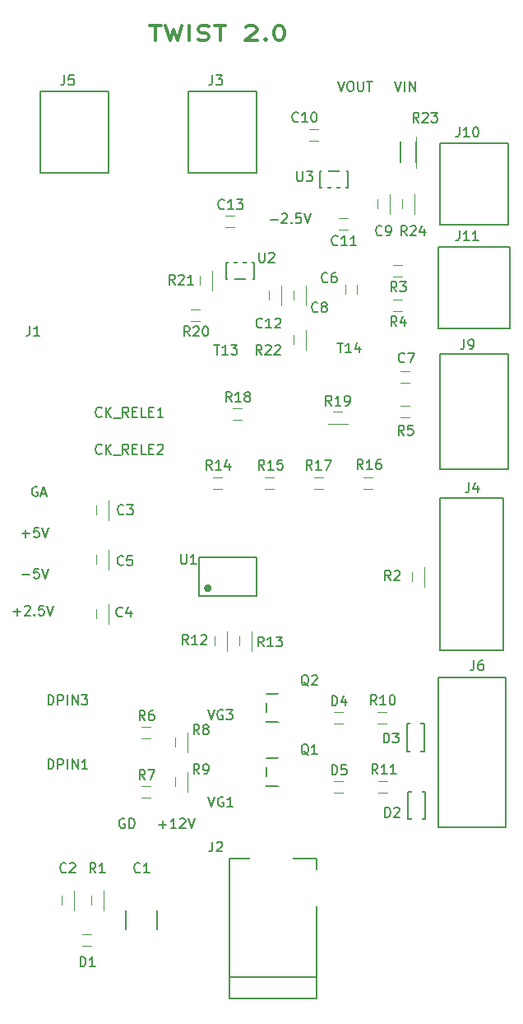
<source format=gbr>
G04 #@! TF.FileFunction,Legend,Top*
%FSLAX46Y46*%
G04 Gerber Fmt 4.6, Leading zero omitted, Abs format (unit mm)*
G04 Created by KiCad (PCBNEW 4.0.6) date 11/29/17 10:44:29*
%MOMM*%
%LPD*%
G01*
G04 APERTURE LIST*
%ADD10C,0.100000*%
%ADD11C,0.300000*%
%ADD12C,0.150000*%
%ADD13C,4.200000*%
%ADD14C,2.100000*%
%ADD15R,1.200000X1.400000*%
%ADD16R,1.400000X1.200000*%
%ADD17R,0.620000X1.720000*%
%ADD18R,0.650000X1.720000*%
%ADD19R,1.400000X3.000000*%
%ADD20R,1.400000X0.900000*%
%ADD21R,1.100000X1.400000*%
%ADD22R,3.800000X2.700000*%
%ADD23R,1.710000X1.414000*%
%ADD24R,4.400000X4.400000*%
%ADD25R,3.800000X3.800000*%
%ADD26C,2.800000*%
%ADD27C,2.200000*%
%ADD28R,0.910000X1.600000*%
%ADD29C,3.900000*%
%ADD30C,2.040000*%
%ADD31R,2.040000X2.020000*%
G04 APERTURE END LIST*
D10*
D11*
X77534380Y-50994571D02*
X78677237Y-50994571D01*
X78105809Y-52494571D02*
X78105809Y-50994571D01*
X79153428Y-50994571D02*
X79629619Y-52494571D01*
X80010571Y-51423143D01*
X80391524Y-52494571D01*
X80867714Y-50994571D01*
X81629618Y-52494571D02*
X81629618Y-50994571D01*
X82486761Y-52423143D02*
X82772476Y-52494571D01*
X83248666Y-52494571D01*
X83439142Y-52423143D01*
X83534380Y-52351714D01*
X83629619Y-52208857D01*
X83629619Y-52066000D01*
X83534380Y-51923143D01*
X83439142Y-51851714D01*
X83248666Y-51780286D01*
X82867714Y-51708857D01*
X82677238Y-51637429D01*
X82581999Y-51566000D01*
X82486761Y-51423143D01*
X82486761Y-51280286D01*
X82581999Y-51137429D01*
X82677238Y-51066000D01*
X82867714Y-50994571D01*
X83343904Y-50994571D01*
X83629619Y-51066000D01*
X84201047Y-50994571D02*
X85343904Y-50994571D01*
X84772476Y-52494571D02*
X84772476Y-50994571D01*
X87439143Y-51137429D02*
X87534381Y-51066000D01*
X87724858Y-50994571D01*
X88201048Y-50994571D01*
X88391524Y-51066000D01*
X88486762Y-51137429D01*
X88582001Y-51280286D01*
X88582001Y-51423143D01*
X88486762Y-51637429D01*
X87343905Y-52494571D01*
X88582001Y-52494571D01*
X89439143Y-52351714D02*
X89534382Y-52423143D01*
X89439143Y-52494571D01*
X89343905Y-52423143D01*
X89439143Y-52351714D01*
X89439143Y-52494571D01*
X90772477Y-50994571D02*
X90962953Y-50994571D01*
X91153429Y-51066000D01*
X91248667Y-51137429D01*
X91343905Y-51280286D01*
X91439144Y-51566000D01*
X91439144Y-51923143D01*
X91343905Y-52208857D01*
X91248667Y-52351714D01*
X91153429Y-52423143D01*
X90962953Y-52494571D01*
X90772477Y-52494571D01*
X90582001Y-52423143D01*
X90486763Y-52351714D01*
X90391524Y-52208857D01*
X90296286Y-51923143D01*
X90296286Y-51566000D01*
X90391524Y-51280286D01*
X90486763Y-51137429D01*
X90582001Y-51066000D01*
X90772477Y-50994571D01*
D10*
X84852000Y-71740000D02*
X84852000Y-70500000D01*
X86852000Y-71740000D02*
X84852000Y-71740000D01*
X86852000Y-70500000D02*
X86852000Y-71740000D01*
X84852000Y-70500000D02*
X86852000Y-70500000D01*
X89804000Y-77740000D02*
X91044000Y-77740000D01*
X89804000Y-79740000D02*
X89804000Y-77740000D01*
X91044000Y-79740000D02*
X89804000Y-79740000D01*
X91044000Y-77740000D02*
X91044000Y-79740000D01*
D12*
X88318000Y-75325000D02*
X88318000Y-77075000D01*
X85418000Y-75325000D02*
X88318000Y-75325000D01*
X85418000Y-77075000D02*
X85418000Y-75325000D01*
X85418000Y-77075000D02*
X88318000Y-77075000D01*
D10*
X103520000Y-68342000D02*
X104760000Y-68342000D01*
X103520000Y-70342000D02*
X103520000Y-68342000D01*
X104760000Y-70342000D02*
X103520000Y-70342000D01*
X104760000Y-68342000D02*
X104760000Y-70342000D01*
X92344000Y-82312000D02*
X93584000Y-82312000D01*
X92344000Y-84312000D02*
X92344000Y-82312000D01*
X93584000Y-84312000D02*
X92344000Y-84312000D01*
X93584000Y-82312000D02*
X93584000Y-84312000D01*
X83296000Y-80152000D02*
X83296000Y-81392000D01*
X81296000Y-80152000D02*
X83296000Y-80152000D01*
X81296000Y-81392000D02*
X81296000Y-80152000D01*
X83296000Y-81392000D02*
X81296000Y-81392000D01*
X95901000Y-91933000D02*
X95901000Y-90693000D01*
X97901000Y-91933000D02*
X95901000Y-91933000D01*
X97901000Y-90693000D02*
X97901000Y-91933000D01*
X95901000Y-90693000D02*
X97901000Y-90693000D01*
X85614000Y-91552000D02*
X85614000Y-90312000D01*
X87614000Y-91552000D02*
X85614000Y-91552000D01*
X87614000Y-90312000D02*
X87614000Y-91552000D01*
X85614000Y-90312000D02*
X87614000Y-90312000D01*
X95996000Y-97424000D02*
X95996000Y-98664000D01*
X93996000Y-97424000D02*
X95996000Y-97424000D01*
X93996000Y-98664000D02*
X93996000Y-97424000D01*
X95996000Y-98664000D02*
X93996000Y-98664000D01*
X101076000Y-97424000D02*
X101076000Y-98664000D01*
X99076000Y-97424000D02*
X101076000Y-97424000D01*
X99076000Y-98664000D02*
X99076000Y-97424000D01*
X101076000Y-98664000D02*
X99076000Y-98664000D01*
X88916000Y-98664000D02*
X88916000Y-97424000D01*
X90916000Y-98664000D02*
X88916000Y-98664000D01*
X90916000Y-97424000D02*
X90916000Y-98664000D01*
X88916000Y-97424000D02*
X90916000Y-97424000D01*
X83582000Y-98664000D02*
X83582000Y-97424000D01*
X85582000Y-98664000D02*
X83582000Y-98664000D01*
X85582000Y-97424000D02*
X85582000Y-98664000D01*
X83582000Y-97424000D02*
X85582000Y-97424000D01*
X86756000Y-113300000D02*
X87996000Y-113300000D01*
X86756000Y-115300000D02*
X86756000Y-113300000D01*
X87996000Y-115300000D02*
X86756000Y-115300000D01*
X87996000Y-113300000D02*
X87996000Y-115300000D01*
X84216000Y-113300000D02*
X85456000Y-113300000D01*
X84216000Y-115300000D02*
X84216000Y-113300000D01*
X85456000Y-115300000D02*
X84216000Y-115300000D01*
X85456000Y-113300000D02*
X85456000Y-115300000D01*
X102600000Y-128666000D02*
X102600000Y-129906000D01*
X100600000Y-128666000D02*
X102600000Y-128666000D01*
X100600000Y-129906000D02*
X100600000Y-128666000D01*
X102600000Y-129906000D02*
X100600000Y-129906000D01*
X102473000Y-121554000D02*
X102473000Y-122794000D01*
X100473000Y-121554000D02*
X102473000Y-121554000D01*
X100473000Y-122794000D02*
X100473000Y-121554000D01*
X102473000Y-122794000D02*
X100473000Y-122794000D01*
X81392000Y-129778000D02*
X80152000Y-129778000D01*
X81392000Y-127778000D02*
X81392000Y-129778000D01*
X80152000Y-127778000D02*
X81392000Y-127778000D01*
X80152000Y-129778000D02*
X80152000Y-127778000D01*
X80152000Y-123714000D02*
X81392000Y-123714000D01*
X80152000Y-125714000D02*
X80152000Y-123714000D01*
X81392000Y-125714000D02*
X80152000Y-125714000D01*
X81392000Y-123714000D02*
X81392000Y-125714000D01*
X76216000Y-130414000D02*
X76216000Y-129174000D01*
X78216000Y-130414000D02*
X76216000Y-130414000D01*
X78216000Y-129174000D02*
X78216000Y-130414000D01*
X76216000Y-129174000D02*
X78216000Y-129174000D01*
X76216000Y-124318000D02*
X76216000Y-123078000D01*
X78216000Y-124318000D02*
X76216000Y-124318000D01*
X78216000Y-123078000D02*
X78216000Y-124318000D01*
X76216000Y-123078000D02*
X78216000Y-123078000D01*
X104886000Y-90058000D02*
X104886000Y-91298000D01*
X102886000Y-90058000D02*
X104886000Y-90058000D01*
X102886000Y-91298000D02*
X102886000Y-90058000D01*
X104886000Y-91298000D02*
X102886000Y-91298000D01*
X104124000Y-79136000D02*
X104124000Y-80376000D01*
X102124000Y-79136000D02*
X104124000Y-79136000D01*
X102124000Y-80376000D02*
X102124000Y-79136000D01*
X104124000Y-80376000D02*
X102124000Y-80376000D01*
X104124000Y-75580000D02*
X104124000Y-76820000D01*
X102124000Y-75580000D02*
X104124000Y-75580000D01*
X102124000Y-76820000D02*
X102124000Y-75580000D01*
X104124000Y-76820000D02*
X102124000Y-76820000D01*
X105776000Y-108696000D02*
X104536000Y-108696000D01*
X105776000Y-106696000D02*
X105776000Y-108696000D01*
X104536000Y-106696000D02*
X105776000Y-106696000D01*
X104536000Y-108696000D02*
X104536000Y-106696000D01*
X71516000Y-139970000D02*
X72756000Y-139970000D01*
X71516000Y-141970000D02*
X71516000Y-139970000D01*
X72756000Y-141970000D02*
X71516000Y-141970000D01*
X72756000Y-139970000D02*
X72756000Y-141970000D01*
D12*
X89520000Y-122608000D02*
X90820000Y-122608000D01*
X89520000Y-119708000D02*
X89520000Y-122608000D01*
X89520000Y-119708000D02*
X90820000Y-119708000D01*
X90820000Y-119708000D02*
X90820000Y-122608000D01*
X89520000Y-129212000D02*
X90820000Y-129212000D01*
X89520000Y-126312000D02*
X89520000Y-129212000D01*
X89520000Y-126312000D02*
X90820000Y-126312000D01*
X90820000Y-126312000D02*
X90820000Y-129212000D01*
D10*
X96028000Y-129906000D02*
X96028000Y-128666000D01*
X98028000Y-129906000D02*
X96028000Y-129906000D01*
X98028000Y-128666000D02*
X98028000Y-129906000D01*
X96028000Y-128666000D02*
X98028000Y-128666000D01*
X96028000Y-122794000D02*
X96028000Y-121554000D01*
X98028000Y-122794000D02*
X96028000Y-122794000D01*
X98028000Y-121554000D02*
X98028000Y-122794000D01*
X96028000Y-121554000D02*
X98028000Y-121554000D01*
D12*
X104002000Y-125631000D02*
X104002000Y-122781000D01*
X105802000Y-122781000D02*
X104002000Y-122781000D01*
X105802000Y-125631000D02*
X105802000Y-122781000D01*
X104002000Y-125631000D02*
X105802000Y-125631000D01*
X104129000Y-132616000D02*
X104129000Y-129766000D01*
X105929000Y-129766000D02*
X104129000Y-129766000D01*
X105929000Y-132616000D02*
X105929000Y-129766000D01*
X104129000Y-132616000D02*
X105929000Y-132616000D01*
D10*
X70120000Y-145654000D02*
X70120000Y-144414000D01*
X72120000Y-145654000D02*
X70120000Y-145654000D01*
X72120000Y-144414000D02*
X72120000Y-145654000D01*
X70120000Y-144414000D02*
X72120000Y-144414000D01*
X96536000Y-71994000D02*
X96536000Y-70754000D01*
X98536000Y-71994000D02*
X96536000Y-71994000D01*
X98536000Y-70754000D02*
X98536000Y-71994000D01*
X96536000Y-70754000D02*
X98536000Y-70754000D01*
X95488000Y-61610000D02*
X95488000Y-62850000D01*
X93488000Y-61610000D02*
X95488000Y-61610000D01*
X93488000Y-62850000D02*
X93488000Y-61610000D01*
X95488000Y-62850000D02*
X93488000Y-62850000D01*
X92344000Y-77740000D02*
X93584000Y-77740000D01*
X92344000Y-79740000D02*
X92344000Y-77740000D01*
X93584000Y-79740000D02*
X92344000Y-79740000D01*
X93584000Y-77740000D02*
X93584000Y-79740000D01*
X104886000Y-86502000D02*
X104886000Y-87742000D01*
X102886000Y-86502000D02*
X104886000Y-86502000D01*
X102886000Y-87742000D02*
X102886000Y-86502000D01*
X104886000Y-87742000D02*
X102886000Y-87742000D01*
X97667840Y-77171040D02*
X98907840Y-77171040D01*
X97667840Y-79171040D02*
X97667840Y-77171040D01*
X98907840Y-79171040D02*
X97667840Y-79171040D01*
X98907840Y-77171040D02*
X98907840Y-79171040D01*
X73264000Y-106918000D02*
X72024000Y-106918000D01*
X73264000Y-104918000D02*
X73264000Y-106918000D01*
X72024000Y-104918000D02*
X73264000Y-104918000D01*
X72024000Y-106918000D02*
X72024000Y-104918000D01*
X73264000Y-112506000D02*
X72024000Y-112506000D01*
X73264000Y-110506000D02*
X73264000Y-112506000D01*
X72024000Y-110506000D02*
X73264000Y-110506000D01*
X72024000Y-112506000D02*
X72024000Y-110506000D01*
X73264000Y-101838000D02*
X72024000Y-101838000D01*
X73264000Y-99838000D02*
X73264000Y-101838000D01*
X72024000Y-99838000D02*
X73264000Y-99838000D01*
X72024000Y-101838000D02*
X72024000Y-99838000D01*
X68468000Y-139970000D02*
X69708000Y-139970000D01*
X68468000Y-141970000D02*
X68468000Y-139970000D01*
X69708000Y-141970000D02*
X68468000Y-141970000D01*
X69708000Y-139970000D02*
X69708000Y-141970000D01*
D12*
X75108000Y-140002000D02*
X75108000Y-146002000D01*
X78308000Y-140002000D02*
X78308000Y-146002000D01*
X75108000Y-140002000D02*
X78308000Y-140002000D01*
X75108000Y-146002000D02*
X78308000Y-146002000D01*
D10*
X82692000Y-76216000D02*
X83932000Y-76216000D01*
X82692000Y-78216000D02*
X82692000Y-76216000D01*
X83932000Y-78216000D02*
X82692000Y-78216000D01*
X83932000Y-76216000D02*
X83932000Y-78216000D01*
X100980000Y-68342000D02*
X102220000Y-68342000D01*
X100980000Y-70342000D02*
X100980000Y-68342000D01*
X102220000Y-70342000D02*
X100980000Y-70342000D01*
X102220000Y-68342000D02*
X102220000Y-70342000D01*
D12*
X95070000Y-67677000D02*
X95070000Y-65927000D01*
X97970000Y-67677000D02*
X95070000Y-67677000D01*
X97970000Y-65927000D02*
X97970000Y-67677000D01*
X97970000Y-65927000D02*
X95070000Y-65927000D01*
X104940100Y-65608200D02*
X104940100Y-62407800D01*
X103339900Y-65608200D02*
X104940100Y-65608200D01*
X103339900Y-62407800D02*
X104940100Y-62407800D01*
X103339900Y-62407800D02*
X103339900Y-65608200D01*
X85742000Y-148844000D02*
X94742000Y-148844000D01*
X85742000Y-136700000D02*
X94742000Y-136700000D01*
X85742000Y-151100000D02*
X85742000Y-136700000D01*
X94742000Y-151100000D02*
X94742000Y-136700000D01*
X85742000Y-151100000D02*
X94742000Y-151100000D01*
X114436000Y-63110000D02*
X107436000Y-63110000D01*
X114436000Y-71510000D02*
X107436000Y-71510000D01*
X114436000Y-71510000D02*
X114436000Y-63110000D01*
X107436000Y-63110000D02*
X107436000Y-71510000D01*
X114636000Y-73778000D02*
X107236000Y-73778000D01*
X114636000Y-82178000D02*
X107236000Y-82178000D01*
X114636000Y-82178000D02*
X114636000Y-73778000D01*
X107236000Y-73778000D02*
X107236000Y-82178000D01*
X114436000Y-84728000D02*
X107436000Y-84728000D01*
X114436000Y-96628000D02*
X107436000Y-96628000D01*
X114436000Y-96628000D02*
X114436000Y-84728000D01*
X107436000Y-84728000D02*
X107436000Y-96628000D01*
X107444000Y-115262000D02*
X113944000Y-115262000D01*
X107444000Y-99622000D02*
X113944000Y-99622000D01*
X107444000Y-99622000D02*
X107444000Y-115262000D01*
X113944000Y-115262000D02*
X113944000Y-99622000D01*
X107252000Y-133430000D02*
X114152000Y-133430000D01*
X107252000Y-118030000D02*
X114152000Y-118030000D01*
X107252000Y-118030000D02*
X107252000Y-133430000D01*
X114152000Y-133430000D02*
X114152000Y-118030000D01*
X73288000Y-57776000D02*
X66288000Y-57776000D01*
X73288000Y-66176000D02*
X66288000Y-66176000D01*
X73288000Y-66176000D02*
X73288000Y-57776000D01*
X66288000Y-57776000D02*
X66288000Y-66176000D01*
X88528000Y-57776000D02*
X81528000Y-57776000D01*
X88528000Y-66176000D02*
X81528000Y-66176000D01*
X88528000Y-66176000D02*
X88528000Y-57776000D01*
X81528000Y-57776000D02*
X81528000Y-66176000D01*
X83698362Y-108864400D02*
G75*
G03X83698362Y-108864400I-183162J0D01*
G01*
X83587042Y-108864400D02*
G75*
G03X83587042Y-108864400I-71842J0D01*
G01*
X83840479Y-108864400D02*
G75*
G03X83840479Y-108864400I-325279J0D01*
G01*
X88543000Y-109676000D02*
X88543000Y-105716000D01*
X88543000Y-105716000D02*
X82653000Y-105716000D01*
X82653000Y-105716000D02*
X82653000Y-109676000D01*
X88543000Y-109676000D02*
X82653000Y-109676000D01*
X64398686Y-107462629D02*
X65160591Y-107462629D01*
X66112972Y-106843581D02*
X65636781Y-106843581D01*
X65589162Y-107319771D01*
X65636781Y-107272152D01*
X65732019Y-107224533D01*
X65970115Y-107224533D01*
X66065353Y-107272152D01*
X66112972Y-107319771D01*
X66160591Y-107415010D01*
X66160591Y-107653105D01*
X66112972Y-107748343D01*
X66065353Y-107795962D01*
X65970115Y-107843581D01*
X65732019Y-107843581D01*
X65636781Y-107795962D01*
X65589162Y-107748343D01*
X66446305Y-106843581D02*
X66779638Y-107843581D01*
X67112972Y-106843581D01*
X63481200Y-111272629D02*
X64243105Y-111272629D01*
X63862153Y-111653581D02*
X63862153Y-110891676D01*
X64671676Y-110748819D02*
X64719295Y-110701200D01*
X64814533Y-110653581D01*
X65052629Y-110653581D01*
X65147867Y-110701200D01*
X65195486Y-110748819D01*
X65243105Y-110844057D01*
X65243105Y-110939295D01*
X65195486Y-111082152D01*
X64624057Y-111653581D01*
X65243105Y-111653581D01*
X65671676Y-111558343D02*
X65719295Y-111605962D01*
X65671676Y-111653581D01*
X65624057Y-111605962D01*
X65671676Y-111558343D01*
X65671676Y-111653581D01*
X66624057Y-110653581D02*
X66147866Y-110653581D01*
X66100247Y-111129771D01*
X66147866Y-111082152D01*
X66243104Y-111034533D01*
X66481200Y-111034533D01*
X66576438Y-111082152D01*
X66624057Y-111129771D01*
X66671676Y-111225010D01*
X66671676Y-111463105D01*
X66624057Y-111558343D01*
X66576438Y-111605962D01*
X66481200Y-111653581D01*
X66243104Y-111653581D01*
X66147866Y-111605962D01*
X66100247Y-111558343D01*
X66957390Y-110653581D02*
X67290723Y-111653581D01*
X67624057Y-110653581D01*
X64398686Y-103246229D02*
X65160591Y-103246229D01*
X64779639Y-103627181D02*
X64779639Y-102865276D01*
X66112972Y-102627181D02*
X65636781Y-102627181D01*
X65589162Y-103103371D01*
X65636781Y-103055752D01*
X65732019Y-103008133D01*
X65970115Y-103008133D01*
X66065353Y-103055752D01*
X66112972Y-103103371D01*
X66160591Y-103198610D01*
X66160591Y-103436705D01*
X66112972Y-103531943D01*
X66065353Y-103579562D01*
X65970115Y-103627181D01*
X65732019Y-103627181D01*
X65636781Y-103579562D01*
X65589162Y-103531943D01*
X66446305Y-102627181D02*
X66779638Y-103627181D01*
X67112972Y-102627181D01*
X78502095Y-133167429D02*
X79264000Y-133167429D01*
X78883048Y-133548381D02*
X78883048Y-132786476D01*
X80264000Y-133548381D02*
X79692571Y-133548381D01*
X79978285Y-133548381D02*
X79978285Y-132548381D01*
X79883047Y-132691238D01*
X79787809Y-132786476D01*
X79692571Y-132834095D01*
X80644952Y-132643619D02*
X80692571Y-132596000D01*
X80787809Y-132548381D01*
X81025905Y-132548381D01*
X81121143Y-132596000D01*
X81168762Y-132643619D01*
X81216381Y-132738857D01*
X81216381Y-132834095D01*
X81168762Y-132976952D01*
X80597333Y-133548381D01*
X81216381Y-133548381D01*
X81502095Y-132548381D02*
X81835428Y-133548381D01*
X82168762Y-132548381D01*
X74945905Y-132596000D02*
X74850667Y-132548381D01*
X74707810Y-132548381D01*
X74564952Y-132596000D01*
X74469714Y-132691238D01*
X74422095Y-132786476D01*
X74374476Y-132976952D01*
X74374476Y-133119810D01*
X74422095Y-133310286D01*
X74469714Y-133405524D01*
X74564952Y-133500762D01*
X74707810Y-133548381D01*
X74803048Y-133548381D01*
X74945905Y-133500762D01*
X74993524Y-133453143D01*
X74993524Y-133119810D01*
X74803048Y-133119810D01*
X75422095Y-133548381D02*
X75422095Y-132548381D01*
X75660190Y-132548381D01*
X75803048Y-132596000D01*
X75898286Y-132691238D01*
X75945905Y-132786476D01*
X75993524Y-132976952D01*
X75993524Y-133119810D01*
X75945905Y-133310286D01*
X75898286Y-133405524D01*
X75803048Y-133500762D01*
X75660190Y-133548381D01*
X75422095Y-133548381D01*
X65974934Y-98458400D02*
X65879696Y-98410781D01*
X65736839Y-98410781D01*
X65593981Y-98458400D01*
X65498743Y-98553638D01*
X65451124Y-98648876D01*
X65403505Y-98839352D01*
X65403505Y-98982210D01*
X65451124Y-99172686D01*
X65498743Y-99267924D01*
X65593981Y-99363162D01*
X65736839Y-99410781D01*
X65832077Y-99410781D01*
X65974934Y-99363162D01*
X66022553Y-99315543D01*
X66022553Y-98982210D01*
X65832077Y-98982210D01*
X66403505Y-99125067D02*
X66879696Y-99125067D01*
X66308267Y-99410781D02*
X66641600Y-98410781D01*
X66974934Y-99410781D01*
X85209143Y-69777143D02*
X85161524Y-69824762D01*
X85018667Y-69872381D01*
X84923429Y-69872381D01*
X84780571Y-69824762D01*
X84685333Y-69729524D01*
X84637714Y-69634286D01*
X84590095Y-69443810D01*
X84590095Y-69300952D01*
X84637714Y-69110476D01*
X84685333Y-69015238D01*
X84780571Y-68920000D01*
X84923429Y-68872381D01*
X85018667Y-68872381D01*
X85161524Y-68920000D01*
X85209143Y-68967619D01*
X86161524Y-69872381D02*
X85590095Y-69872381D01*
X85875809Y-69872381D02*
X85875809Y-68872381D01*
X85780571Y-69015238D01*
X85685333Y-69110476D01*
X85590095Y-69158095D01*
X86494857Y-68872381D02*
X87113905Y-68872381D01*
X86780571Y-69253333D01*
X86923429Y-69253333D01*
X87018667Y-69300952D01*
X87066286Y-69348571D01*
X87113905Y-69443810D01*
X87113905Y-69681905D01*
X87066286Y-69777143D01*
X87018667Y-69824762D01*
X86923429Y-69872381D01*
X86637714Y-69872381D01*
X86542476Y-69824762D01*
X86494857Y-69777143D01*
X89120743Y-81992743D02*
X89073124Y-82040362D01*
X88930267Y-82087981D01*
X88835029Y-82087981D01*
X88692171Y-82040362D01*
X88596933Y-81945124D01*
X88549314Y-81849886D01*
X88501695Y-81659410D01*
X88501695Y-81516552D01*
X88549314Y-81326076D01*
X88596933Y-81230838D01*
X88692171Y-81135600D01*
X88835029Y-81087981D01*
X88930267Y-81087981D01*
X89073124Y-81135600D01*
X89120743Y-81183219D01*
X90073124Y-82087981D02*
X89501695Y-82087981D01*
X89787409Y-82087981D02*
X89787409Y-81087981D01*
X89692171Y-81230838D01*
X89596933Y-81326076D01*
X89501695Y-81373695D01*
X90454076Y-81183219D02*
X90501695Y-81135600D01*
X90596933Y-81087981D01*
X90835029Y-81087981D01*
X90930267Y-81135600D01*
X90977886Y-81183219D01*
X91025505Y-81278457D01*
X91025505Y-81373695D01*
X90977886Y-81516552D01*
X90406457Y-82087981D01*
X91025505Y-82087981D01*
X96917095Y-56729381D02*
X97250428Y-57729381D01*
X97583762Y-56729381D01*
X98107571Y-56729381D02*
X98298048Y-56729381D01*
X98393286Y-56777000D01*
X98488524Y-56872238D01*
X98536143Y-57062714D01*
X98536143Y-57396048D01*
X98488524Y-57586524D01*
X98393286Y-57681762D01*
X98298048Y-57729381D01*
X98107571Y-57729381D01*
X98012333Y-57681762D01*
X97917095Y-57586524D01*
X97869476Y-57396048D01*
X97869476Y-57062714D01*
X97917095Y-56872238D01*
X98012333Y-56777000D01*
X98107571Y-56729381D01*
X98964714Y-56729381D02*
X98964714Y-57538905D01*
X99012333Y-57634143D01*
X99059952Y-57681762D01*
X99155190Y-57729381D01*
X99345667Y-57729381D01*
X99440905Y-57681762D01*
X99488524Y-57634143D01*
X99536143Y-57538905D01*
X99536143Y-56729381D01*
X99869476Y-56729381D02*
X100440905Y-56729381D01*
X100155190Y-57729381D02*
X100155190Y-56729381D01*
X102790762Y-56729381D02*
X103124095Y-57729381D01*
X103457429Y-56729381D01*
X103790762Y-57729381D02*
X103790762Y-56729381D01*
X104266952Y-57729381D02*
X104266952Y-56729381D01*
X104838381Y-57729381D01*
X104838381Y-56729381D01*
X89948000Y-70937429D02*
X90709905Y-70937429D01*
X91138476Y-70413619D02*
X91186095Y-70366000D01*
X91281333Y-70318381D01*
X91519429Y-70318381D01*
X91614667Y-70366000D01*
X91662286Y-70413619D01*
X91709905Y-70508857D01*
X91709905Y-70604095D01*
X91662286Y-70746952D01*
X91090857Y-71318381D01*
X91709905Y-71318381D01*
X92138476Y-71223143D02*
X92186095Y-71270762D01*
X92138476Y-71318381D01*
X92090857Y-71270762D01*
X92138476Y-71223143D01*
X92138476Y-71318381D01*
X93090857Y-70318381D02*
X92614666Y-70318381D01*
X92567047Y-70794571D01*
X92614666Y-70746952D01*
X92709904Y-70699333D01*
X92948000Y-70699333D01*
X93043238Y-70746952D01*
X93090857Y-70794571D01*
X93138476Y-70889810D01*
X93138476Y-71127905D01*
X93090857Y-71223143D01*
X93043238Y-71270762D01*
X92948000Y-71318381D01*
X92709904Y-71318381D01*
X92614666Y-71270762D01*
X92567047Y-71223143D01*
X93424190Y-70318381D02*
X93757523Y-71318381D01*
X94090857Y-70318381D01*
X96856705Y-83627981D02*
X97428134Y-83627981D01*
X97142419Y-84627981D02*
X97142419Y-83627981D01*
X98285277Y-84627981D02*
X97713848Y-84627981D01*
X97999562Y-84627981D02*
X97999562Y-83627981D01*
X97904324Y-83770838D01*
X97809086Y-83866076D01*
X97713848Y-83913695D01*
X99142420Y-83961314D02*
X99142420Y-84627981D01*
X98904324Y-83580362D02*
X98666229Y-84294648D01*
X99285277Y-84294648D01*
X84156705Y-83831181D02*
X84728134Y-83831181D01*
X84442419Y-84831181D02*
X84442419Y-83831181D01*
X85585277Y-84831181D02*
X85013848Y-84831181D01*
X85299562Y-84831181D02*
X85299562Y-83831181D01*
X85204324Y-83974038D01*
X85109086Y-84069276D01*
X85013848Y-84116895D01*
X85918610Y-83831181D02*
X86537658Y-83831181D01*
X86204324Y-84212133D01*
X86347182Y-84212133D01*
X86442420Y-84259752D01*
X86490039Y-84307371D01*
X86537658Y-84402610D01*
X86537658Y-84640705D01*
X86490039Y-84735943D01*
X86442420Y-84783562D01*
X86347182Y-84831181D01*
X86061467Y-84831181D01*
X85966229Y-84783562D01*
X85918610Y-84735943D01*
X72580857Y-94972143D02*
X72533238Y-95019762D01*
X72390381Y-95067381D01*
X72295143Y-95067381D01*
X72152285Y-95019762D01*
X72057047Y-94924524D01*
X72009428Y-94829286D01*
X71961809Y-94638810D01*
X71961809Y-94495952D01*
X72009428Y-94305476D01*
X72057047Y-94210238D01*
X72152285Y-94115000D01*
X72295143Y-94067381D01*
X72390381Y-94067381D01*
X72533238Y-94115000D01*
X72580857Y-94162619D01*
X73009428Y-95067381D02*
X73009428Y-94067381D01*
X73580857Y-95067381D02*
X73152285Y-94495952D01*
X73580857Y-94067381D02*
X73009428Y-94638810D01*
X73771333Y-95162619D02*
X74533238Y-95162619D01*
X75342762Y-95067381D02*
X75009428Y-94591190D01*
X74771333Y-95067381D02*
X74771333Y-94067381D01*
X75152286Y-94067381D01*
X75247524Y-94115000D01*
X75295143Y-94162619D01*
X75342762Y-94257857D01*
X75342762Y-94400714D01*
X75295143Y-94495952D01*
X75247524Y-94543571D01*
X75152286Y-94591190D01*
X74771333Y-94591190D01*
X75771333Y-94543571D02*
X76104667Y-94543571D01*
X76247524Y-95067381D02*
X75771333Y-95067381D01*
X75771333Y-94067381D01*
X76247524Y-94067381D01*
X77152286Y-95067381D02*
X76676095Y-95067381D01*
X76676095Y-94067381D01*
X77485619Y-94543571D02*
X77818953Y-94543571D01*
X77961810Y-95067381D02*
X77485619Y-95067381D01*
X77485619Y-94067381D01*
X77961810Y-94067381D01*
X78342762Y-94162619D02*
X78390381Y-94115000D01*
X78485619Y-94067381D01*
X78723715Y-94067381D01*
X78818953Y-94115000D01*
X78866572Y-94162619D01*
X78914191Y-94257857D01*
X78914191Y-94353095D01*
X78866572Y-94495952D01*
X78295143Y-95067381D01*
X78914191Y-95067381D01*
X72580857Y-91162143D02*
X72533238Y-91209762D01*
X72390381Y-91257381D01*
X72295143Y-91257381D01*
X72152285Y-91209762D01*
X72057047Y-91114524D01*
X72009428Y-91019286D01*
X71961809Y-90828810D01*
X71961809Y-90685952D01*
X72009428Y-90495476D01*
X72057047Y-90400238D01*
X72152285Y-90305000D01*
X72295143Y-90257381D01*
X72390381Y-90257381D01*
X72533238Y-90305000D01*
X72580857Y-90352619D01*
X73009428Y-91257381D02*
X73009428Y-90257381D01*
X73580857Y-91257381D02*
X73152285Y-90685952D01*
X73580857Y-90257381D02*
X73009428Y-90828810D01*
X73771333Y-91352619D02*
X74533238Y-91352619D01*
X75342762Y-91257381D02*
X75009428Y-90781190D01*
X74771333Y-91257381D02*
X74771333Y-90257381D01*
X75152286Y-90257381D01*
X75247524Y-90305000D01*
X75295143Y-90352619D01*
X75342762Y-90447857D01*
X75342762Y-90590714D01*
X75295143Y-90685952D01*
X75247524Y-90733571D01*
X75152286Y-90781190D01*
X74771333Y-90781190D01*
X75771333Y-90733571D02*
X76104667Y-90733571D01*
X76247524Y-91257381D02*
X75771333Y-91257381D01*
X75771333Y-90257381D01*
X76247524Y-90257381D01*
X77152286Y-91257381D02*
X76676095Y-91257381D01*
X76676095Y-90257381D01*
X77485619Y-90733571D02*
X77818953Y-90733571D01*
X77961810Y-91257381D02*
X77485619Y-91257381D01*
X77485619Y-90257381D01*
X77961810Y-90257381D01*
X78914191Y-91257381D02*
X78342762Y-91257381D01*
X78628476Y-91257381D02*
X78628476Y-90257381D01*
X78533238Y-90400238D01*
X78438000Y-90495476D01*
X78342762Y-90543095D01*
X83577276Y-130313181D02*
X83910609Y-131313181D01*
X84243943Y-130313181D01*
X85101086Y-130360800D02*
X85005848Y-130313181D01*
X84862991Y-130313181D01*
X84720133Y-130360800D01*
X84624895Y-130456038D01*
X84577276Y-130551276D01*
X84529657Y-130741752D01*
X84529657Y-130884610D01*
X84577276Y-131075086D01*
X84624895Y-131170324D01*
X84720133Y-131265562D01*
X84862991Y-131313181D01*
X84958229Y-131313181D01*
X85101086Y-131265562D01*
X85148705Y-131217943D01*
X85148705Y-130884610D01*
X84958229Y-130884610D01*
X86101086Y-131313181D02*
X85529657Y-131313181D01*
X85815371Y-131313181D02*
X85815371Y-130313181D01*
X85720133Y-130456038D01*
X85624895Y-130551276D01*
X85529657Y-130598895D01*
X83526476Y-121372381D02*
X83859809Y-122372381D01*
X84193143Y-121372381D01*
X85050286Y-121420000D02*
X84955048Y-121372381D01*
X84812191Y-121372381D01*
X84669333Y-121420000D01*
X84574095Y-121515238D01*
X84526476Y-121610476D01*
X84478857Y-121800952D01*
X84478857Y-121943810D01*
X84526476Y-122134286D01*
X84574095Y-122229524D01*
X84669333Y-122324762D01*
X84812191Y-122372381D01*
X84907429Y-122372381D01*
X85050286Y-122324762D01*
X85097905Y-122277143D01*
X85097905Y-121943810D01*
X84907429Y-121943810D01*
X85431238Y-121372381D02*
X86050286Y-121372381D01*
X85716952Y-121753333D01*
X85859810Y-121753333D01*
X85955048Y-121800952D01*
X86002667Y-121848571D01*
X86050286Y-121943810D01*
X86050286Y-122181905D01*
X86002667Y-122277143D01*
X85955048Y-122324762D01*
X85859810Y-122372381D01*
X85574095Y-122372381D01*
X85478857Y-122324762D01*
X85431238Y-122277143D01*
X67088000Y-127452381D02*
X67088000Y-126452381D01*
X67326095Y-126452381D01*
X67468953Y-126500000D01*
X67564191Y-126595238D01*
X67611810Y-126690476D01*
X67659429Y-126880952D01*
X67659429Y-127023810D01*
X67611810Y-127214286D01*
X67564191Y-127309524D01*
X67468953Y-127404762D01*
X67326095Y-127452381D01*
X67088000Y-127452381D01*
X68088000Y-127452381D02*
X68088000Y-126452381D01*
X68468953Y-126452381D01*
X68564191Y-126500000D01*
X68611810Y-126547619D01*
X68659429Y-126642857D01*
X68659429Y-126785714D01*
X68611810Y-126880952D01*
X68564191Y-126928571D01*
X68468953Y-126976190D01*
X68088000Y-126976190D01*
X69088000Y-127452381D02*
X69088000Y-126452381D01*
X69564190Y-127452381D02*
X69564190Y-126452381D01*
X70135619Y-127452381D01*
X70135619Y-126452381D01*
X71135619Y-127452381D02*
X70564190Y-127452381D01*
X70849904Y-127452381D02*
X70849904Y-126452381D01*
X70754666Y-126595238D01*
X70659428Y-126690476D01*
X70564190Y-126738095D01*
X67088000Y-120848381D02*
X67088000Y-119848381D01*
X67326095Y-119848381D01*
X67468953Y-119896000D01*
X67564191Y-119991238D01*
X67611810Y-120086476D01*
X67659429Y-120276952D01*
X67659429Y-120419810D01*
X67611810Y-120610286D01*
X67564191Y-120705524D01*
X67468953Y-120800762D01*
X67326095Y-120848381D01*
X67088000Y-120848381D01*
X68088000Y-120848381D02*
X68088000Y-119848381D01*
X68468953Y-119848381D01*
X68564191Y-119896000D01*
X68611810Y-119943619D01*
X68659429Y-120038857D01*
X68659429Y-120181714D01*
X68611810Y-120276952D01*
X68564191Y-120324571D01*
X68468953Y-120372190D01*
X68088000Y-120372190D01*
X69088000Y-120848381D02*
X69088000Y-119848381D01*
X69564190Y-120848381D02*
X69564190Y-119848381D01*
X70135619Y-120848381D01*
X70135619Y-119848381D01*
X70516571Y-119848381D02*
X71135619Y-119848381D01*
X70802285Y-120229333D01*
X70945143Y-120229333D01*
X71040381Y-120276952D01*
X71088000Y-120324571D01*
X71135619Y-120419810D01*
X71135619Y-120657905D01*
X71088000Y-120753143D01*
X71040381Y-120800762D01*
X70945143Y-120848381D01*
X70659428Y-120848381D01*
X70564190Y-120800762D01*
X70516571Y-120753143D01*
X88798495Y-74331581D02*
X88798495Y-75141105D01*
X88846114Y-75236343D01*
X88893733Y-75283962D01*
X88988971Y-75331581D01*
X89179448Y-75331581D01*
X89274686Y-75283962D01*
X89322305Y-75236343D01*
X89369924Y-75141105D01*
X89369924Y-74331581D01*
X89798495Y-74426819D02*
X89846114Y-74379200D01*
X89941352Y-74331581D01*
X90179448Y-74331581D01*
X90274686Y-74379200D01*
X90322305Y-74426819D01*
X90369924Y-74522057D01*
X90369924Y-74617295D01*
X90322305Y-74760152D01*
X89750876Y-75331581D01*
X90369924Y-75331581D01*
X104005143Y-72588381D02*
X103671809Y-72112190D01*
X103433714Y-72588381D02*
X103433714Y-71588381D01*
X103814667Y-71588381D01*
X103909905Y-71636000D01*
X103957524Y-71683619D01*
X104005143Y-71778857D01*
X104005143Y-71921714D01*
X103957524Y-72016952D01*
X103909905Y-72064571D01*
X103814667Y-72112190D01*
X103433714Y-72112190D01*
X104386095Y-71683619D02*
X104433714Y-71636000D01*
X104528952Y-71588381D01*
X104767048Y-71588381D01*
X104862286Y-71636000D01*
X104909905Y-71683619D01*
X104957524Y-71778857D01*
X104957524Y-71874095D01*
X104909905Y-72016952D01*
X104338476Y-72588381D01*
X104957524Y-72588381D01*
X105814667Y-71921714D02*
X105814667Y-72588381D01*
X105576571Y-71540762D02*
X105338476Y-72255048D01*
X105957524Y-72255048D01*
X89069943Y-84831181D02*
X88736609Y-84354990D01*
X88498514Y-84831181D02*
X88498514Y-83831181D01*
X88879467Y-83831181D01*
X88974705Y-83878800D01*
X89022324Y-83926419D01*
X89069943Y-84021657D01*
X89069943Y-84164514D01*
X89022324Y-84259752D01*
X88974705Y-84307371D01*
X88879467Y-84354990D01*
X88498514Y-84354990D01*
X89450895Y-83926419D02*
X89498514Y-83878800D01*
X89593752Y-83831181D01*
X89831848Y-83831181D01*
X89927086Y-83878800D01*
X89974705Y-83926419D01*
X90022324Y-84021657D01*
X90022324Y-84116895D01*
X89974705Y-84259752D01*
X89403276Y-84831181D01*
X90022324Y-84831181D01*
X90403276Y-83926419D02*
X90450895Y-83878800D01*
X90546133Y-83831181D01*
X90784229Y-83831181D01*
X90879467Y-83878800D01*
X90927086Y-83926419D01*
X90974705Y-84021657D01*
X90974705Y-84116895D01*
X90927086Y-84259752D01*
X90355657Y-84831181D01*
X90974705Y-84831181D01*
X81653143Y-82924381D02*
X81319809Y-82448190D01*
X81081714Y-82924381D02*
X81081714Y-81924381D01*
X81462667Y-81924381D01*
X81557905Y-81972000D01*
X81605524Y-82019619D01*
X81653143Y-82114857D01*
X81653143Y-82257714D01*
X81605524Y-82352952D01*
X81557905Y-82400571D01*
X81462667Y-82448190D01*
X81081714Y-82448190D01*
X82034095Y-82019619D02*
X82081714Y-81972000D01*
X82176952Y-81924381D01*
X82415048Y-81924381D01*
X82510286Y-81972000D01*
X82557905Y-82019619D01*
X82605524Y-82114857D01*
X82605524Y-82210095D01*
X82557905Y-82352952D01*
X81986476Y-82924381D01*
X82605524Y-82924381D01*
X83224571Y-81924381D02*
X83319810Y-81924381D01*
X83415048Y-81972000D01*
X83462667Y-82019619D01*
X83510286Y-82114857D01*
X83557905Y-82305333D01*
X83557905Y-82543429D01*
X83510286Y-82733905D01*
X83462667Y-82829143D01*
X83415048Y-82876762D01*
X83319810Y-82924381D01*
X83224571Y-82924381D01*
X83129333Y-82876762D01*
X83081714Y-82829143D01*
X83034095Y-82733905D01*
X82986476Y-82543429D01*
X82986476Y-82305333D01*
X83034095Y-82114857D01*
X83081714Y-82019619D01*
X83129333Y-81972000D01*
X83224571Y-81924381D01*
X96258143Y-90065381D02*
X95924809Y-89589190D01*
X95686714Y-90065381D02*
X95686714Y-89065381D01*
X96067667Y-89065381D01*
X96162905Y-89113000D01*
X96210524Y-89160619D01*
X96258143Y-89255857D01*
X96258143Y-89398714D01*
X96210524Y-89493952D01*
X96162905Y-89541571D01*
X96067667Y-89589190D01*
X95686714Y-89589190D01*
X97210524Y-90065381D02*
X96639095Y-90065381D01*
X96924809Y-90065381D02*
X96924809Y-89065381D01*
X96829571Y-89208238D01*
X96734333Y-89303476D01*
X96639095Y-89351095D01*
X97686714Y-90065381D02*
X97877190Y-90065381D01*
X97972429Y-90017762D01*
X98020048Y-89970143D01*
X98115286Y-89827286D01*
X98162905Y-89636810D01*
X98162905Y-89255857D01*
X98115286Y-89160619D01*
X98067667Y-89113000D01*
X97972429Y-89065381D01*
X97781952Y-89065381D01*
X97686714Y-89113000D01*
X97639095Y-89160619D01*
X97591476Y-89255857D01*
X97591476Y-89493952D01*
X97639095Y-89589190D01*
X97686714Y-89636810D01*
X97781952Y-89684429D01*
X97972429Y-89684429D01*
X98067667Y-89636810D01*
X98115286Y-89589190D01*
X98162905Y-89493952D01*
X85971143Y-89684381D02*
X85637809Y-89208190D01*
X85399714Y-89684381D02*
X85399714Y-88684381D01*
X85780667Y-88684381D01*
X85875905Y-88732000D01*
X85923524Y-88779619D01*
X85971143Y-88874857D01*
X85971143Y-89017714D01*
X85923524Y-89112952D01*
X85875905Y-89160571D01*
X85780667Y-89208190D01*
X85399714Y-89208190D01*
X86923524Y-89684381D02*
X86352095Y-89684381D01*
X86637809Y-89684381D02*
X86637809Y-88684381D01*
X86542571Y-88827238D01*
X86447333Y-88922476D01*
X86352095Y-88970095D01*
X87494952Y-89112952D02*
X87399714Y-89065333D01*
X87352095Y-89017714D01*
X87304476Y-88922476D01*
X87304476Y-88874857D01*
X87352095Y-88779619D01*
X87399714Y-88732000D01*
X87494952Y-88684381D01*
X87685429Y-88684381D01*
X87780667Y-88732000D01*
X87828286Y-88779619D01*
X87875905Y-88874857D01*
X87875905Y-88922476D01*
X87828286Y-89017714D01*
X87780667Y-89065333D01*
X87685429Y-89112952D01*
X87494952Y-89112952D01*
X87399714Y-89160571D01*
X87352095Y-89208190D01*
X87304476Y-89303429D01*
X87304476Y-89493905D01*
X87352095Y-89589143D01*
X87399714Y-89636762D01*
X87494952Y-89684381D01*
X87685429Y-89684381D01*
X87780667Y-89636762D01*
X87828286Y-89589143D01*
X87875905Y-89493905D01*
X87875905Y-89303429D01*
X87828286Y-89208190D01*
X87780667Y-89160571D01*
X87685429Y-89112952D01*
X94251543Y-96667581D02*
X93918209Y-96191390D01*
X93680114Y-96667581D02*
X93680114Y-95667581D01*
X94061067Y-95667581D01*
X94156305Y-95715200D01*
X94203924Y-95762819D01*
X94251543Y-95858057D01*
X94251543Y-96000914D01*
X94203924Y-96096152D01*
X94156305Y-96143771D01*
X94061067Y-96191390D01*
X93680114Y-96191390D01*
X95203924Y-96667581D02*
X94632495Y-96667581D01*
X94918209Y-96667581D02*
X94918209Y-95667581D01*
X94822971Y-95810438D01*
X94727733Y-95905676D01*
X94632495Y-95953295D01*
X95537257Y-95667581D02*
X96203924Y-95667581D01*
X95775352Y-96667581D01*
X99483943Y-96616781D02*
X99150609Y-96140590D01*
X98912514Y-96616781D02*
X98912514Y-95616781D01*
X99293467Y-95616781D01*
X99388705Y-95664400D01*
X99436324Y-95712019D01*
X99483943Y-95807257D01*
X99483943Y-95950114D01*
X99436324Y-96045352D01*
X99388705Y-96092971D01*
X99293467Y-96140590D01*
X98912514Y-96140590D01*
X100436324Y-96616781D02*
X99864895Y-96616781D01*
X100150609Y-96616781D02*
X100150609Y-95616781D01*
X100055371Y-95759638D01*
X99960133Y-95854876D01*
X99864895Y-95902495D01*
X101293467Y-95616781D02*
X101102990Y-95616781D01*
X101007752Y-95664400D01*
X100960133Y-95712019D01*
X100864895Y-95854876D01*
X100817276Y-96045352D01*
X100817276Y-96426305D01*
X100864895Y-96521543D01*
X100912514Y-96569162D01*
X101007752Y-96616781D01*
X101198229Y-96616781D01*
X101293467Y-96569162D01*
X101341086Y-96521543D01*
X101388705Y-96426305D01*
X101388705Y-96188210D01*
X101341086Y-96092971D01*
X101293467Y-96045352D01*
X101198229Y-95997733D01*
X101007752Y-95997733D01*
X100912514Y-96045352D01*
X100864895Y-96092971D01*
X100817276Y-96188210D01*
X89323943Y-96667581D02*
X88990609Y-96191390D01*
X88752514Y-96667581D02*
X88752514Y-95667581D01*
X89133467Y-95667581D01*
X89228705Y-95715200D01*
X89276324Y-95762819D01*
X89323943Y-95858057D01*
X89323943Y-96000914D01*
X89276324Y-96096152D01*
X89228705Y-96143771D01*
X89133467Y-96191390D01*
X88752514Y-96191390D01*
X90276324Y-96667581D02*
X89704895Y-96667581D01*
X89990609Y-96667581D02*
X89990609Y-95667581D01*
X89895371Y-95810438D01*
X89800133Y-95905676D01*
X89704895Y-95953295D01*
X91181086Y-95667581D02*
X90704895Y-95667581D01*
X90657276Y-96143771D01*
X90704895Y-96096152D01*
X90800133Y-96048533D01*
X91038229Y-96048533D01*
X91133467Y-96096152D01*
X91181086Y-96143771D01*
X91228705Y-96239010D01*
X91228705Y-96477105D01*
X91181086Y-96572343D01*
X91133467Y-96619962D01*
X91038229Y-96667581D01*
X90800133Y-96667581D01*
X90704895Y-96619962D01*
X90657276Y-96572343D01*
X83939143Y-96667581D02*
X83605809Y-96191390D01*
X83367714Y-96667581D02*
X83367714Y-95667581D01*
X83748667Y-95667581D01*
X83843905Y-95715200D01*
X83891524Y-95762819D01*
X83939143Y-95858057D01*
X83939143Y-96000914D01*
X83891524Y-96096152D01*
X83843905Y-96143771D01*
X83748667Y-96191390D01*
X83367714Y-96191390D01*
X84891524Y-96667581D02*
X84320095Y-96667581D01*
X84605809Y-96667581D02*
X84605809Y-95667581D01*
X84510571Y-95810438D01*
X84415333Y-95905676D01*
X84320095Y-95953295D01*
X85748667Y-96000914D02*
X85748667Y-96667581D01*
X85510571Y-95619962D02*
X85272476Y-96334248D01*
X85891524Y-96334248D01*
X89273143Y-114853981D02*
X88939809Y-114377790D01*
X88701714Y-114853981D02*
X88701714Y-113853981D01*
X89082667Y-113853981D01*
X89177905Y-113901600D01*
X89225524Y-113949219D01*
X89273143Y-114044457D01*
X89273143Y-114187314D01*
X89225524Y-114282552D01*
X89177905Y-114330171D01*
X89082667Y-114377790D01*
X88701714Y-114377790D01*
X90225524Y-114853981D02*
X89654095Y-114853981D01*
X89939809Y-114853981D02*
X89939809Y-113853981D01*
X89844571Y-113996838D01*
X89749333Y-114092076D01*
X89654095Y-114139695D01*
X90558857Y-113853981D02*
X91177905Y-113853981D01*
X90844571Y-114234933D01*
X90987429Y-114234933D01*
X91082667Y-114282552D01*
X91130286Y-114330171D01*
X91177905Y-114425410D01*
X91177905Y-114663505D01*
X91130286Y-114758743D01*
X91082667Y-114806362D01*
X90987429Y-114853981D01*
X90701714Y-114853981D01*
X90606476Y-114806362D01*
X90558857Y-114758743D01*
X81500743Y-114650781D02*
X81167409Y-114174590D01*
X80929314Y-114650781D02*
X80929314Y-113650781D01*
X81310267Y-113650781D01*
X81405505Y-113698400D01*
X81453124Y-113746019D01*
X81500743Y-113841257D01*
X81500743Y-113984114D01*
X81453124Y-114079352D01*
X81405505Y-114126971D01*
X81310267Y-114174590D01*
X80929314Y-114174590D01*
X82453124Y-114650781D02*
X81881695Y-114650781D01*
X82167409Y-114650781D02*
X82167409Y-113650781D01*
X82072171Y-113793638D01*
X81976933Y-113888876D01*
X81881695Y-113936495D01*
X82834076Y-113746019D02*
X82881695Y-113698400D01*
X82976933Y-113650781D01*
X83215029Y-113650781D01*
X83310267Y-113698400D01*
X83357886Y-113746019D01*
X83405505Y-113841257D01*
X83405505Y-113936495D01*
X83357886Y-114079352D01*
X82786457Y-114650781D01*
X83405505Y-114650781D01*
X101007943Y-127960381D02*
X100674609Y-127484190D01*
X100436514Y-127960381D02*
X100436514Y-126960381D01*
X100817467Y-126960381D01*
X100912705Y-127008000D01*
X100960324Y-127055619D01*
X101007943Y-127150857D01*
X101007943Y-127293714D01*
X100960324Y-127388952D01*
X100912705Y-127436571D01*
X100817467Y-127484190D01*
X100436514Y-127484190D01*
X101960324Y-127960381D02*
X101388895Y-127960381D01*
X101674609Y-127960381D02*
X101674609Y-126960381D01*
X101579371Y-127103238D01*
X101484133Y-127198476D01*
X101388895Y-127246095D01*
X102912705Y-127960381D02*
X102341276Y-127960381D01*
X102626990Y-127960381D02*
X102626990Y-126960381D01*
X102531752Y-127103238D01*
X102436514Y-127198476D01*
X102341276Y-127246095D01*
X100880943Y-120848381D02*
X100547609Y-120372190D01*
X100309514Y-120848381D02*
X100309514Y-119848381D01*
X100690467Y-119848381D01*
X100785705Y-119896000D01*
X100833324Y-119943619D01*
X100880943Y-120038857D01*
X100880943Y-120181714D01*
X100833324Y-120276952D01*
X100785705Y-120324571D01*
X100690467Y-120372190D01*
X100309514Y-120372190D01*
X101833324Y-120848381D02*
X101261895Y-120848381D01*
X101547609Y-120848381D02*
X101547609Y-119848381D01*
X101452371Y-119991238D01*
X101357133Y-120086476D01*
X101261895Y-120134095D01*
X102452371Y-119848381D02*
X102547610Y-119848381D01*
X102642848Y-119896000D01*
X102690467Y-119943619D01*
X102738086Y-120038857D01*
X102785705Y-120229333D01*
X102785705Y-120467429D01*
X102738086Y-120657905D01*
X102690467Y-120753143D01*
X102642848Y-120800762D01*
X102547610Y-120848381D01*
X102452371Y-120848381D01*
X102357133Y-120800762D01*
X102309514Y-120753143D01*
X102261895Y-120657905D01*
X102214276Y-120467429D01*
X102214276Y-120229333D01*
X102261895Y-120038857D01*
X102309514Y-119943619D01*
X102357133Y-119896000D01*
X102452371Y-119848381D01*
X82637334Y-127960381D02*
X82304000Y-127484190D01*
X82065905Y-127960381D02*
X82065905Y-126960381D01*
X82446858Y-126960381D01*
X82542096Y-127008000D01*
X82589715Y-127055619D01*
X82637334Y-127150857D01*
X82637334Y-127293714D01*
X82589715Y-127388952D01*
X82542096Y-127436571D01*
X82446858Y-127484190D01*
X82065905Y-127484190D01*
X83113524Y-127960381D02*
X83304000Y-127960381D01*
X83399239Y-127912762D01*
X83446858Y-127865143D01*
X83542096Y-127722286D01*
X83589715Y-127531810D01*
X83589715Y-127150857D01*
X83542096Y-127055619D01*
X83494477Y-127008000D01*
X83399239Y-126960381D01*
X83208762Y-126960381D01*
X83113524Y-127008000D01*
X83065905Y-127055619D01*
X83018286Y-127150857D01*
X83018286Y-127388952D01*
X83065905Y-127484190D01*
X83113524Y-127531810D01*
X83208762Y-127579429D01*
X83399239Y-127579429D01*
X83494477Y-127531810D01*
X83542096Y-127484190D01*
X83589715Y-127388952D01*
X82637334Y-123896381D02*
X82304000Y-123420190D01*
X82065905Y-123896381D02*
X82065905Y-122896381D01*
X82446858Y-122896381D01*
X82542096Y-122944000D01*
X82589715Y-122991619D01*
X82637334Y-123086857D01*
X82637334Y-123229714D01*
X82589715Y-123324952D01*
X82542096Y-123372571D01*
X82446858Y-123420190D01*
X82065905Y-123420190D01*
X83208762Y-123324952D02*
X83113524Y-123277333D01*
X83065905Y-123229714D01*
X83018286Y-123134476D01*
X83018286Y-123086857D01*
X83065905Y-122991619D01*
X83113524Y-122944000D01*
X83208762Y-122896381D01*
X83399239Y-122896381D01*
X83494477Y-122944000D01*
X83542096Y-122991619D01*
X83589715Y-123086857D01*
X83589715Y-123134476D01*
X83542096Y-123229714D01*
X83494477Y-123277333D01*
X83399239Y-123324952D01*
X83208762Y-123324952D01*
X83113524Y-123372571D01*
X83065905Y-123420190D01*
X83018286Y-123515429D01*
X83018286Y-123705905D01*
X83065905Y-123801143D01*
X83113524Y-123848762D01*
X83208762Y-123896381D01*
X83399239Y-123896381D01*
X83494477Y-123848762D01*
X83542096Y-123801143D01*
X83589715Y-123705905D01*
X83589715Y-123515429D01*
X83542096Y-123420190D01*
X83494477Y-123372571D01*
X83399239Y-123324952D01*
X77049334Y-128546381D02*
X76716000Y-128070190D01*
X76477905Y-128546381D02*
X76477905Y-127546381D01*
X76858858Y-127546381D01*
X76954096Y-127594000D01*
X77001715Y-127641619D01*
X77049334Y-127736857D01*
X77049334Y-127879714D01*
X77001715Y-127974952D01*
X76954096Y-128022571D01*
X76858858Y-128070190D01*
X76477905Y-128070190D01*
X77382667Y-127546381D02*
X78049334Y-127546381D01*
X77620762Y-128546381D01*
X77049334Y-122450381D02*
X76716000Y-121974190D01*
X76477905Y-122450381D02*
X76477905Y-121450381D01*
X76858858Y-121450381D01*
X76954096Y-121498000D01*
X77001715Y-121545619D01*
X77049334Y-121640857D01*
X77049334Y-121783714D01*
X77001715Y-121878952D01*
X76954096Y-121926571D01*
X76858858Y-121974190D01*
X76477905Y-121974190D01*
X77906477Y-121450381D02*
X77716000Y-121450381D01*
X77620762Y-121498000D01*
X77573143Y-121545619D01*
X77477905Y-121688476D01*
X77430286Y-121878952D01*
X77430286Y-122259905D01*
X77477905Y-122355143D01*
X77525524Y-122402762D01*
X77620762Y-122450381D01*
X77811239Y-122450381D01*
X77906477Y-122402762D01*
X77954096Y-122355143D01*
X78001715Y-122259905D01*
X78001715Y-122021810D01*
X77954096Y-121926571D01*
X77906477Y-121878952D01*
X77811239Y-121831333D01*
X77620762Y-121831333D01*
X77525524Y-121878952D01*
X77477905Y-121926571D01*
X77430286Y-122021810D01*
X103719334Y-93111581D02*
X103386000Y-92635390D01*
X103147905Y-93111581D02*
X103147905Y-92111581D01*
X103528858Y-92111581D01*
X103624096Y-92159200D01*
X103671715Y-92206819D01*
X103719334Y-92302057D01*
X103719334Y-92444914D01*
X103671715Y-92540152D01*
X103624096Y-92587771D01*
X103528858Y-92635390D01*
X103147905Y-92635390D01*
X104624096Y-92111581D02*
X104147905Y-92111581D01*
X104100286Y-92587771D01*
X104147905Y-92540152D01*
X104243143Y-92492533D01*
X104481239Y-92492533D01*
X104576477Y-92540152D01*
X104624096Y-92587771D01*
X104671715Y-92683010D01*
X104671715Y-92921105D01*
X104624096Y-93016343D01*
X104576477Y-93063962D01*
X104481239Y-93111581D01*
X104243143Y-93111581D01*
X104147905Y-93063962D01*
X104100286Y-93016343D01*
X102957334Y-81908381D02*
X102624000Y-81432190D01*
X102385905Y-81908381D02*
X102385905Y-80908381D01*
X102766858Y-80908381D01*
X102862096Y-80956000D01*
X102909715Y-81003619D01*
X102957334Y-81098857D01*
X102957334Y-81241714D01*
X102909715Y-81336952D01*
X102862096Y-81384571D01*
X102766858Y-81432190D01*
X102385905Y-81432190D01*
X103814477Y-81241714D02*
X103814477Y-81908381D01*
X103576381Y-80860762D02*
X103338286Y-81575048D01*
X103957334Y-81575048D01*
X102957334Y-78352381D02*
X102624000Y-77876190D01*
X102385905Y-78352381D02*
X102385905Y-77352381D01*
X102766858Y-77352381D01*
X102862096Y-77400000D01*
X102909715Y-77447619D01*
X102957334Y-77542857D01*
X102957334Y-77685714D01*
X102909715Y-77780952D01*
X102862096Y-77828571D01*
X102766858Y-77876190D01*
X102385905Y-77876190D01*
X103290667Y-77352381D02*
X103909715Y-77352381D01*
X103576381Y-77733333D01*
X103719239Y-77733333D01*
X103814477Y-77780952D01*
X103862096Y-77828571D01*
X103909715Y-77923810D01*
X103909715Y-78161905D01*
X103862096Y-78257143D01*
X103814477Y-78304762D01*
X103719239Y-78352381D01*
X103433524Y-78352381D01*
X103338286Y-78304762D01*
X103290667Y-78257143D01*
X102347734Y-108046781D02*
X102014400Y-107570590D01*
X101776305Y-108046781D02*
X101776305Y-107046781D01*
X102157258Y-107046781D01*
X102252496Y-107094400D01*
X102300115Y-107142019D01*
X102347734Y-107237257D01*
X102347734Y-107380114D01*
X102300115Y-107475352D01*
X102252496Y-107522971D01*
X102157258Y-107570590D01*
X101776305Y-107570590D01*
X102728686Y-107142019D02*
X102776305Y-107094400D01*
X102871543Y-107046781D01*
X103109639Y-107046781D01*
X103204877Y-107094400D01*
X103252496Y-107142019D01*
X103300115Y-107237257D01*
X103300115Y-107332495D01*
X103252496Y-107475352D01*
X102681067Y-108046781D01*
X103300115Y-108046781D01*
X71969334Y-138120381D02*
X71636000Y-137644190D01*
X71397905Y-138120381D02*
X71397905Y-137120381D01*
X71778858Y-137120381D01*
X71874096Y-137168000D01*
X71921715Y-137215619D01*
X71969334Y-137310857D01*
X71969334Y-137453714D01*
X71921715Y-137548952D01*
X71874096Y-137596571D01*
X71778858Y-137644190D01*
X71397905Y-137644190D01*
X72921715Y-138120381D02*
X72350286Y-138120381D01*
X72636000Y-138120381D02*
X72636000Y-137120381D01*
X72540762Y-137263238D01*
X72445524Y-137358476D01*
X72350286Y-137406095D01*
X93884762Y-118911619D02*
X93789524Y-118864000D01*
X93694286Y-118768762D01*
X93551429Y-118625905D01*
X93456190Y-118578286D01*
X93360952Y-118578286D01*
X93408571Y-118816381D02*
X93313333Y-118768762D01*
X93218095Y-118673524D01*
X93170476Y-118483048D01*
X93170476Y-118149714D01*
X93218095Y-117959238D01*
X93313333Y-117864000D01*
X93408571Y-117816381D01*
X93599048Y-117816381D01*
X93694286Y-117864000D01*
X93789524Y-117959238D01*
X93837143Y-118149714D01*
X93837143Y-118483048D01*
X93789524Y-118673524D01*
X93694286Y-118768762D01*
X93599048Y-118816381D01*
X93408571Y-118816381D01*
X94218095Y-117911619D02*
X94265714Y-117864000D01*
X94360952Y-117816381D01*
X94599048Y-117816381D01*
X94694286Y-117864000D01*
X94741905Y-117911619D01*
X94789524Y-118006857D01*
X94789524Y-118102095D01*
X94741905Y-118244952D01*
X94170476Y-118816381D01*
X94789524Y-118816381D01*
X93884762Y-126023619D02*
X93789524Y-125976000D01*
X93694286Y-125880762D01*
X93551429Y-125737905D01*
X93456190Y-125690286D01*
X93360952Y-125690286D01*
X93408571Y-125928381D02*
X93313333Y-125880762D01*
X93218095Y-125785524D01*
X93170476Y-125595048D01*
X93170476Y-125261714D01*
X93218095Y-125071238D01*
X93313333Y-124976000D01*
X93408571Y-124928381D01*
X93599048Y-124928381D01*
X93694286Y-124976000D01*
X93789524Y-125071238D01*
X93837143Y-125261714D01*
X93837143Y-125595048D01*
X93789524Y-125785524D01*
X93694286Y-125880762D01*
X93599048Y-125928381D01*
X93408571Y-125928381D01*
X94789524Y-125928381D02*
X94218095Y-125928381D01*
X94503809Y-125928381D02*
X94503809Y-124928381D01*
X94408571Y-125071238D01*
X94313333Y-125166476D01*
X94218095Y-125214095D01*
X96289905Y-128038381D02*
X96289905Y-127038381D01*
X96528000Y-127038381D01*
X96670858Y-127086000D01*
X96766096Y-127181238D01*
X96813715Y-127276476D01*
X96861334Y-127466952D01*
X96861334Y-127609810D01*
X96813715Y-127800286D01*
X96766096Y-127895524D01*
X96670858Y-127990762D01*
X96528000Y-128038381D01*
X96289905Y-128038381D01*
X97766096Y-127038381D02*
X97289905Y-127038381D01*
X97242286Y-127514571D01*
X97289905Y-127466952D01*
X97385143Y-127419333D01*
X97623239Y-127419333D01*
X97718477Y-127466952D01*
X97766096Y-127514571D01*
X97813715Y-127609810D01*
X97813715Y-127847905D01*
X97766096Y-127943143D01*
X97718477Y-127990762D01*
X97623239Y-128038381D01*
X97385143Y-128038381D01*
X97289905Y-127990762D01*
X97242286Y-127943143D01*
X96289905Y-120926381D02*
X96289905Y-119926381D01*
X96528000Y-119926381D01*
X96670858Y-119974000D01*
X96766096Y-120069238D01*
X96813715Y-120164476D01*
X96861334Y-120354952D01*
X96861334Y-120497810D01*
X96813715Y-120688286D01*
X96766096Y-120783524D01*
X96670858Y-120878762D01*
X96528000Y-120926381D01*
X96289905Y-120926381D01*
X97718477Y-120259714D02*
X97718477Y-120926381D01*
X97480381Y-119878762D02*
X97242286Y-120593048D01*
X97861334Y-120593048D01*
X101623905Y-124759981D02*
X101623905Y-123759981D01*
X101862000Y-123759981D01*
X102004858Y-123807600D01*
X102100096Y-123902838D01*
X102147715Y-123998076D01*
X102195334Y-124188552D01*
X102195334Y-124331410D01*
X102147715Y-124521886D01*
X102100096Y-124617124D01*
X102004858Y-124712362D01*
X101862000Y-124759981D01*
X101623905Y-124759981D01*
X102528667Y-123759981D02*
X103147715Y-123759981D01*
X102814381Y-124140933D01*
X102957239Y-124140933D01*
X103052477Y-124188552D01*
X103100096Y-124236171D01*
X103147715Y-124331410D01*
X103147715Y-124569505D01*
X103100096Y-124664743D01*
X103052477Y-124712362D01*
X102957239Y-124759981D01*
X102671524Y-124759981D01*
X102576286Y-124712362D01*
X102528667Y-124664743D01*
X101750905Y-132405381D02*
X101750905Y-131405381D01*
X101989000Y-131405381D01*
X102131858Y-131453000D01*
X102227096Y-131548238D01*
X102274715Y-131643476D01*
X102322334Y-131833952D01*
X102322334Y-131976810D01*
X102274715Y-132167286D01*
X102227096Y-132262524D01*
X102131858Y-132357762D01*
X101989000Y-132405381D01*
X101750905Y-132405381D01*
X102703286Y-131500619D02*
X102750905Y-131453000D01*
X102846143Y-131405381D01*
X103084239Y-131405381D01*
X103179477Y-131453000D01*
X103227096Y-131500619D01*
X103274715Y-131595857D01*
X103274715Y-131691095D01*
X103227096Y-131833952D01*
X102655667Y-132405381D01*
X103274715Y-132405381D01*
X70381905Y-147772381D02*
X70381905Y-146772381D01*
X70620000Y-146772381D01*
X70762858Y-146820000D01*
X70858096Y-146915238D01*
X70905715Y-147010476D01*
X70953334Y-147200952D01*
X70953334Y-147343810D01*
X70905715Y-147534286D01*
X70858096Y-147629524D01*
X70762858Y-147724762D01*
X70620000Y-147772381D01*
X70381905Y-147772381D01*
X71905715Y-147772381D02*
X71334286Y-147772381D01*
X71620000Y-147772381D02*
X71620000Y-146772381D01*
X71524762Y-146915238D01*
X71429524Y-147010476D01*
X71334286Y-147058095D01*
X96893143Y-73509143D02*
X96845524Y-73556762D01*
X96702667Y-73604381D01*
X96607429Y-73604381D01*
X96464571Y-73556762D01*
X96369333Y-73461524D01*
X96321714Y-73366286D01*
X96274095Y-73175810D01*
X96274095Y-73032952D01*
X96321714Y-72842476D01*
X96369333Y-72747238D01*
X96464571Y-72652000D01*
X96607429Y-72604381D01*
X96702667Y-72604381D01*
X96845524Y-72652000D01*
X96893143Y-72699619D01*
X97845524Y-73604381D02*
X97274095Y-73604381D01*
X97559809Y-73604381D02*
X97559809Y-72604381D01*
X97464571Y-72747238D01*
X97369333Y-72842476D01*
X97274095Y-72890095D01*
X98797905Y-73604381D02*
X98226476Y-73604381D01*
X98512190Y-73604381D02*
X98512190Y-72604381D01*
X98416952Y-72747238D01*
X98321714Y-72842476D01*
X98226476Y-72890095D01*
X92829143Y-60809143D02*
X92781524Y-60856762D01*
X92638667Y-60904381D01*
X92543429Y-60904381D01*
X92400571Y-60856762D01*
X92305333Y-60761524D01*
X92257714Y-60666286D01*
X92210095Y-60475810D01*
X92210095Y-60332952D01*
X92257714Y-60142476D01*
X92305333Y-60047238D01*
X92400571Y-59952000D01*
X92543429Y-59904381D01*
X92638667Y-59904381D01*
X92781524Y-59952000D01*
X92829143Y-59999619D01*
X93781524Y-60904381D02*
X93210095Y-60904381D01*
X93495809Y-60904381D02*
X93495809Y-59904381D01*
X93400571Y-60047238D01*
X93305333Y-60142476D01*
X93210095Y-60190095D01*
X94400571Y-59904381D02*
X94495810Y-59904381D01*
X94591048Y-59952000D01*
X94638667Y-59999619D01*
X94686286Y-60094857D01*
X94733905Y-60285333D01*
X94733905Y-60523429D01*
X94686286Y-60713905D01*
X94638667Y-60809143D01*
X94591048Y-60856762D01*
X94495810Y-60904381D01*
X94400571Y-60904381D01*
X94305333Y-60856762D01*
X94257714Y-60809143D01*
X94210095Y-60713905D01*
X94162476Y-60523429D01*
X94162476Y-60285333D01*
X94210095Y-60094857D01*
X94257714Y-59999619D01*
X94305333Y-59952000D01*
X94400571Y-59904381D01*
X94829334Y-80367143D02*
X94781715Y-80414762D01*
X94638858Y-80462381D01*
X94543620Y-80462381D01*
X94400762Y-80414762D01*
X94305524Y-80319524D01*
X94257905Y-80224286D01*
X94210286Y-80033810D01*
X94210286Y-79890952D01*
X94257905Y-79700476D01*
X94305524Y-79605238D01*
X94400762Y-79510000D01*
X94543620Y-79462381D01*
X94638858Y-79462381D01*
X94781715Y-79510000D01*
X94829334Y-79557619D01*
X95400762Y-79890952D02*
X95305524Y-79843333D01*
X95257905Y-79795714D01*
X95210286Y-79700476D01*
X95210286Y-79652857D01*
X95257905Y-79557619D01*
X95305524Y-79510000D01*
X95400762Y-79462381D01*
X95591239Y-79462381D01*
X95686477Y-79510000D01*
X95734096Y-79557619D01*
X95781715Y-79652857D01*
X95781715Y-79700476D01*
X95734096Y-79795714D01*
X95686477Y-79843333D01*
X95591239Y-79890952D01*
X95400762Y-79890952D01*
X95305524Y-79938571D01*
X95257905Y-79986190D01*
X95210286Y-80081429D01*
X95210286Y-80271905D01*
X95257905Y-80367143D01*
X95305524Y-80414762D01*
X95400762Y-80462381D01*
X95591239Y-80462381D01*
X95686477Y-80414762D01*
X95734096Y-80367143D01*
X95781715Y-80271905D01*
X95781715Y-80081429D01*
X95734096Y-79986190D01*
X95686477Y-79938571D01*
X95591239Y-79890952D01*
X103770134Y-85548743D02*
X103722515Y-85596362D01*
X103579658Y-85643981D01*
X103484420Y-85643981D01*
X103341562Y-85596362D01*
X103246324Y-85501124D01*
X103198705Y-85405886D01*
X103151086Y-85215410D01*
X103151086Y-85072552D01*
X103198705Y-84882076D01*
X103246324Y-84786838D01*
X103341562Y-84691600D01*
X103484420Y-84643981D01*
X103579658Y-84643981D01*
X103722515Y-84691600D01*
X103770134Y-84739219D01*
X104103467Y-84643981D02*
X104770134Y-84643981D01*
X104341562Y-85643981D01*
X95845334Y-77319143D02*
X95797715Y-77366762D01*
X95654858Y-77414381D01*
X95559620Y-77414381D01*
X95416762Y-77366762D01*
X95321524Y-77271524D01*
X95273905Y-77176286D01*
X95226286Y-76985810D01*
X95226286Y-76842952D01*
X95273905Y-76652476D01*
X95321524Y-76557238D01*
X95416762Y-76462000D01*
X95559620Y-76414381D01*
X95654858Y-76414381D01*
X95797715Y-76462000D01*
X95845334Y-76509619D01*
X96702477Y-76414381D02*
X96512000Y-76414381D01*
X96416762Y-76462000D01*
X96369143Y-76509619D01*
X96273905Y-76652476D01*
X96226286Y-76842952D01*
X96226286Y-77223905D01*
X96273905Y-77319143D01*
X96321524Y-77366762D01*
X96416762Y-77414381D01*
X96607239Y-77414381D01*
X96702477Y-77366762D01*
X96750096Y-77319143D01*
X96797715Y-77223905D01*
X96797715Y-76985810D01*
X96750096Y-76890571D01*
X96702477Y-76842952D01*
X96607239Y-76795333D01*
X96416762Y-76795333D01*
X96321524Y-76842952D01*
X96273905Y-76890571D01*
X96226286Y-76985810D01*
X74814134Y-106427543D02*
X74766515Y-106475162D01*
X74623658Y-106522781D01*
X74528420Y-106522781D01*
X74385562Y-106475162D01*
X74290324Y-106379924D01*
X74242705Y-106284686D01*
X74195086Y-106094210D01*
X74195086Y-105951352D01*
X74242705Y-105760876D01*
X74290324Y-105665638D01*
X74385562Y-105570400D01*
X74528420Y-105522781D01*
X74623658Y-105522781D01*
X74766515Y-105570400D01*
X74814134Y-105618019D01*
X75718896Y-105522781D02*
X75242705Y-105522781D01*
X75195086Y-105998971D01*
X75242705Y-105951352D01*
X75337943Y-105903733D01*
X75576039Y-105903733D01*
X75671277Y-105951352D01*
X75718896Y-105998971D01*
X75766515Y-106094210D01*
X75766515Y-106332305D01*
X75718896Y-106427543D01*
X75671277Y-106475162D01*
X75576039Y-106522781D01*
X75337943Y-106522781D01*
X75242705Y-106475162D01*
X75195086Y-106427543D01*
X74712534Y-111710743D02*
X74664915Y-111758362D01*
X74522058Y-111805981D01*
X74426820Y-111805981D01*
X74283962Y-111758362D01*
X74188724Y-111663124D01*
X74141105Y-111567886D01*
X74093486Y-111377410D01*
X74093486Y-111234552D01*
X74141105Y-111044076D01*
X74188724Y-110948838D01*
X74283962Y-110853600D01*
X74426820Y-110805981D01*
X74522058Y-110805981D01*
X74664915Y-110853600D01*
X74712534Y-110901219D01*
X75569677Y-111139314D02*
X75569677Y-111805981D01*
X75331581Y-110758362D02*
X75093486Y-111472648D01*
X75712534Y-111472648D01*
X74864934Y-101195143D02*
X74817315Y-101242762D01*
X74674458Y-101290381D01*
X74579220Y-101290381D01*
X74436362Y-101242762D01*
X74341124Y-101147524D01*
X74293505Y-101052286D01*
X74245886Y-100861810D01*
X74245886Y-100718952D01*
X74293505Y-100528476D01*
X74341124Y-100433238D01*
X74436362Y-100338000D01*
X74579220Y-100290381D01*
X74674458Y-100290381D01*
X74817315Y-100338000D01*
X74864934Y-100385619D01*
X75198267Y-100290381D02*
X75817315Y-100290381D01*
X75483981Y-100671333D01*
X75626839Y-100671333D01*
X75722077Y-100718952D01*
X75769696Y-100766571D01*
X75817315Y-100861810D01*
X75817315Y-101099905D01*
X75769696Y-101195143D01*
X75722077Y-101242762D01*
X75626839Y-101290381D01*
X75341124Y-101290381D01*
X75245886Y-101242762D01*
X75198267Y-101195143D01*
X68921334Y-138025143D02*
X68873715Y-138072762D01*
X68730858Y-138120381D01*
X68635620Y-138120381D01*
X68492762Y-138072762D01*
X68397524Y-137977524D01*
X68349905Y-137882286D01*
X68302286Y-137691810D01*
X68302286Y-137548952D01*
X68349905Y-137358476D01*
X68397524Y-137263238D01*
X68492762Y-137168000D01*
X68635620Y-137120381D01*
X68730858Y-137120381D01*
X68873715Y-137168000D01*
X68921334Y-137215619D01*
X69302286Y-137215619D02*
X69349905Y-137168000D01*
X69445143Y-137120381D01*
X69683239Y-137120381D01*
X69778477Y-137168000D01*
X69826096Y-137215619D01*
X69873715Y-137310857D01*
X69873715Y-137406095D01*
X69826096Y-137548952D01*
X69254667Y-138120381D01*
X69873715Y-138120381D01*
X76541334Y-138025143D02*
X76493715Y-138072762D01*
X76350858Y-138120381D01*
X76255620Y-138120381D01*
X76112762Y-138072762D01*
X76017524Y-137977524D01*
X75969905Y-137882286D01*
X75922286Y-137691810D01*
X75922286Y-137548952D01*
X75969905Y-137358476D01*
X76017524Y-137263238D01*
X76112762Y-137168000D01*
X76255620Y-137120381D01*
X76350858Y-137120381D01*
X76493715Y-137168000D01*
X76541334Y-137215619D01*
X77493715Y-138120381D02*
X76922286Y-138120381D01*
X77208000Y-138120381D02*
X77208000Y-137120381D01*
X77112762Y-137263238D01*
X77017524Y-137358476D01*
X76922286Y-137406095D01*
X80129143Y-77617581D02*
X79795809Y-77141390D01*
X79557714Y-77617581D02*
X79557714Y-76617581D01*
X79938667Y-76617581D01*
X80033905Y-76665200D01*
X80081524Y-76712819D01*
X80129143Y-76808057D01*
X80129143Y-76950914D01*
X80081524Y-77046152D01*
X80033905Y-77093771D01*
X79938667Y-77141390D01*
X79557714Y-77141390D01*
X80510095Y-76712819D02*
X80557714Y-76665200D01*
X80652952Y-76617581D01*
X80891048Y-76617581D01*
X80986286Y-76665200D01*
X81033905Y-76712819D01*
X81081524Y-76808057D01*
X81081524Y-76903295D01*
X81033905Y-77046152D01*
X80462476Y-77617581D01*
X81081524Y-77617581D01*
X82033905Y-77617581D02*
X81462476Y-77617581D01*
X81748190Y-77617581D02*
X81748190Y-76617581D01*
X81652952Y-76760438D01*
X81557714Y-76855676D01*
X81462476Y-76903295D01*
X101433334Y-72493143D02*
X101385715Y-72540762D01*
X101242858Y-72588381D01*
X101147620Y-72588381D01*
X101004762Y-72540762D01*
X100909524Y-72445524D01*
X100861905Y-72350286D01*
X100814286Y-72159810D01*
X100814286Y-72016952D01*
X100861905Y-71826476D01*
X100909524Y-71731238D01*
X101004762Y-71636000D01*
X101147620Y-71588381D01*
X101242858Y-71588381D01*
X101385715Y-71636000D01*
X101433334Y-71683619D01*
X101909524Y-72588381D02*
X102100000Y-72588381D01*
X102195239Y-72540762D01*
X102242858Y-72493143D01*
X102338096Y-72350286D01*
X102385715Y-72159810D01*
X102385715Y-71778857D01*
X102338096Y-71683619D01*
X102290477Y-71636000D01*
X102195239Y-71588381D01*
X102004762Y-71588381D01*
X101909524Y-71636000D01*
X101861905Y-71683619D01*
X101814286Y-71778857D01*
X101814286Y-72016952D01*
X101861905Y-72112190D01*
X101909524Y-72159810D01*
X102004762Y-72207429D01*
X102195239Y-72207429D01*
X102290477Y-72159810D01*
X102338096Y-72112190D01*
X102385715Y-72016952D01*
X92710095Y-66000381D02*
X92710095Y-66809905D01*
X92757714Y-66905143D01*
X92805333Y-66952762D01*
X92900571Y-67000381D01*
X93091048Y-67000381D01*
X93186286Y-66952762D01*
X93233905Y-66905143D01*
X93281524Y-66809905D01*
X93281524Y-66000381D01*
X93662476Y-66000381D02*
X94281524Y-66000381D01*
X93948190Y-66381333D01*
X94091048Y-66381333D01*
X94186286Y-66428952D01*
X94233905Y-66476571D01*
X94281524Y-66571810D01*
X94281524Y-66809905D01*
X94233905Y-66905143D01*
X94186286Y-66952762D01*
X94091048Y-67000381D01*
X93805333Y-67000381D01*
X93710095Y-66952762D01*
X93662476Y-66905143D01*
X105244663Y-60939941D02*
X104911329Y-60463750D01*
X104673234Y-60939941D02*
X104673234Y-59939941D01*
X105054187Y-59939941D01*
X105149425Y-59987560D01*
X105197044Y-60035179D01*
X105244663Y-60130417D01*
X105244663Y-60273274D01*
X105197044Y-60368512D01*
X105149425Y-60416131D01*
X105054187Y-60463750D01*
X104673234Y-60463750D01*
X105625615Y-60035179D02*
X105673234Y-59987560D01*
X105768472Y-59939941D01*
X106006568Y-59939941D01*
X106101806Y-59987560D01*
X106149425Y-60035179D01*
X106197044Y-60130417D01*
X106197044Y-60225655D01*
X106149425Y-60368512D01*
X105577996Y-60939941D01*
X106197044Y-60939941D01*
X106530377Y-59939941D02*
X107149425Y-59939941D01*
X106816091Y-60320893D01*
X106958949Y-60320893D01*
X107054187Y-60368512D01*
X107101806Y-60416131D01*
X107149425Y-60511370D01*
X107149425Y-60749465D01*
X107101806Y-60844703D01*
X107054187Y-60892322D01*
X106958949Y-60939941D01*
X106673234Y-60939941D01*
X106577996Y-60892322D01*
X106530377Y-60844703D01*
X84004827Y-134935981D02*
X84004827Y-135650267D01*
X83957207Y-135793124D01*
X83861969Y-135888362D01*
X83719112Y-135935981D01*
X83623874Y-135935981D01*
X84433398Y-135031219D02*
X84481017Y-134983600D01*
X84576255Y-134935981D01*
X84814351Y-134935981D01*
X84909589Y-134983600D01*
X84957208Y-135031219D01*
X85004827Y-135126457D01*
X85004827Y-135221695D01*
X84957208Y-135364552D01*
X84385779Y-135935981D01*
X85004827Y-135935981D01*
X109426477Y-61428381D02*
X109426477Y-62142667D01*
X109378857Y-62285524D01*
X109283619Y-62380762D01*
X109140762Y-62428381D01*
X109045524Y-62428381D01*
X110426477Y-62428381D02*
X109855048Y-62428381D01*
X110140762Y-62428381D02*
X110140762Y-61428381D01*
X110045524Y-61571238D01*
X109950286Y-61666476D01*
X109855048Y-61714095D01*
X111045524Y-61428381D02*
X111140763Y-61428381D01*
X111236001Y-61476000D01*
X111283620Y-61523619D01*
X111331239Y-61618857D01*
X111378858Y-61809333D01*
X111378858Y-62047429D01*
X111331239Y-62237905D01*
X111283620Y-62333143D01*
X111236001Y-62380762D01*
X111140763Y-62428381D01*
X111045524Y-62428381D01*
X110950286Y-62380762D01*
X110902667Y-62333143D01*
X110855048Y-62237905D01*
X110807429Y-62047429D01*
X110807429Y-61809333D01*
X110855048Y-61618857D01*
X110902667Y-61523619D01*
X110950286Y-61476000D01*
X111045524Y-61428381D01*
X109426477Y-72096381D02*
X109426477Y-72810667D01*
X109378857Y-72953524D01*
X109283619Y-73048762D01*
X109140762Y-73096381D01*
X109045524Y-73096381D01*
X110426477Y-73096381D02*
X109855048Y-73096381D01*
X110140762Y-73096381D02*
X110140762Y-72096381D01*
X110045524Y-72239238D01*
X109950286Y-72334476D01*
X109855048Y-72382095D01*
X111378858Y-73096381D02*
X110807429Y-73096381D01*
X111093143Y-73096381D02*
X111093143Y-72096381D01*
X110997905Y-72239238D01*
X110902667Y-72334476D01*
X110807429Y-72382095D01*
X109902667Y-83272381D02*
X109902667Y-83986667D01*
X109855047Y-84129524D01*
X109759809Y-84224762D01*
X109616952Y-84272381D01*
X109521714Y-84272381D01*
X110426476Y-84272381D02*
X110616952Y-84272381D01*
X110712191Y-84224762D01*
X110759810Y-84177143D01*
X110855048Y-84034286D01*
X110902667Y-83843810D01*
X110902667Y-83462857D01*
X110855048Y-83367619D01*
X110807429Y-83320000D01*
X110712191Y-83272381D01*
X110521714Y-83272381D01*
X110426476Y-83320000D01*
X110378857Y-83367619D01*
X110331238Y-83462857D01*
X110331238Y-83700952D01*
X110378857Y-83796190D01*
X110426476Y-83843810D01*
X110521714Y-83891429D01*
X110712191Y-83891429D01*
X110807429Y-83843810D01*
X110855048Y-83796190D01*
X110902667Y-83700952D01*
X110410667Y-98004381D02*
X110410667Y-98718667D01*
X110363047Y-98861524D01*
X110267809Y-98956762D01*
X110124952Y-99004381D01*
X110029714Y-99004381D01*
X111315429Y-98337714D02*
X111315429Y-99004381D01*
X111077333Y-97956762D02*
X110839238Y-98671048D01*
X111458286Y-98671048D01*
X110918667Y-116292381D02*
X110918667Y-117006667D01*
X110871047Y-117149524D01*
X110775809Y-117244762D01*
X110632952Y-117292381D01*
X110537714Y-117292381D01*
X111823429Y-116292381D02*
X111632952Y-116292381D01*
X111537714Y-116340000D01*
X111490095Y-116387619D01*
X111394857Y-116530476D01*
X111347238Y-116720952D01*
X111347238Y-117101905D01*
X111394857Y-117197143D01*
X111442476Y-117244762D01*
X111537714Y-117292381D01*
X111728191Y-117292381D01*
X111823429Y-117244762D01*
X111871048Y-117197143D01*
X111918667Y-117101905D01*
X111918667Y-116863810D01*
X111871048Y-116768571D01*
X111823429Y-116720952D01*
X111728191Y-116673333D01*
X111537714Y-116673333D01*
X111442476Y-116720952D01*
X111394857Y-116768571D01*
X111347238Y-116863810D01*
X68754667Y-56094381D02*
X68754667Y-56808667D01*
X68707047Y-56951524D01*
X68611809Y-57046762D01*
X68468952Y-57094381D01*
X68373714Y-57094381D01*
X69707048Y-56094381D02*
X69230857Y-56094381D01*
X69183238Y-56570571D01*
X69230857Y-56522952D01*
X69326095Y-56475333D01*
X69564191Y-56475333D01*
X69659429Y-56522952D01*
X69707048Y-56570571D01*
X69754667Y-56665810D01*
X69754667Y-56903905D01*
X69707048Y-56999143D01*
X69659429Y-57046762D01*
X69564191Y-57094381D01*
X69326095Y-57094381D01*
X69230857Y-57046762D01*
X69183238Y-56999143D01*
X83994667Y-56094381D02*
X83994667Y-56808667D01*
X83947047Y-56951524D01*
X83851809Y-57046762D01*
X83708952Y-57094381D01*
X83613714Y-57094381D01*
X84375619Y-56094381D02*
X84994667Y-56094381D01*
X84661333Y-56475333D01*
X84804191Y-56475333D01*
X84899429Y-56522952D01*
X84947048Y-56570571D01*
X84994667Y-56665810D01*
X84994667Y-56903905D01*
X84947048Y-56999143D01*
X84899429Y-57046762D01*
X84804191Y-57094381D01*
X84518476Y-57094381D01*
X84423238Y-57046762D01*
X84375619Y-56999143D01*
X80772095Y-105370381D02*
X80772095Y-106179905D01*
X80819714Y-106275143D01*
X80867333Y-106322762D01*
X80962571Y-106370381D01*
X81153048Y-106370381D01*
X81248286Y-106322762D01*
X81295905Y-106275143D01*
X81343524Y-106179905D01*
X81343524Y-105370381D01*
X82343524Y-106370381D02*
X81772095Y-106370381D01*
X82057809Y-106370381D02*
X82057809Y-105370381D01*
X81962571Y-105513238D01*
X81867333Y-105608476D01*
X81772095Y-105656095D01*
X65198667Y-81875381D02*
X65198667Y-82589667D01*
X65151047Y-82732524D01*
X65055809Y-82827762D01*
X64912952Y-82875381D01*
X64817714Y-82875381D01*
X66198667Y-82875381D02*
X65627238Y-82875381D01*
X65912952Y-82875381D02*
X65912952Y-81875381D01*
X65817714Y-82018238D01*
X65722476Y-82113476D01*
X65627238Y-82161095D01*
%LPC*%
D13*
X109144000Y-55003000D03*
D14*
X69088000Y-107188000D03*
X69088000Y-111252000D03*
X69088000Y-103124000D03*
X80264000Y-135128000D03*
X75184000Y-135128000D03*
X69088000Y-99060000D03*
D15*
X84752000Y-71120000D03*
X86952000Y-71120000D03*
D16*
X90424000Y-77640000D03*
X90424000Y-79840000D03*
D14*
X98679000Y-59563000D03*
X101854000Y-59563000D03*
X91948000Y-73152000D03*
X98044000Y-86360000D03*
X85344000Y-86360000D03*
X81280000Y-94488000D03*
X81280000Y-90932000D03*
X84836000Y-128524000D03*
X84836000Y-119888000D03*
X73152000Y-127000000D03*
X73152000Y-120396000D03*
D17*
X86868000Y-74640000D03*
X85918000Y-74640000D03*
X87818000Y-74640000D03*
D18*
X87818000Y-77760000D03*
X85918000Y-77760000D03*
D16*
X104140000Y-68242000D03*
X104140000Y-70442000D03*
X92964000Y-82212000D03*
X92964000Y-84412000D03*
D15*
X83396000Y-80772000D03*
X81196000Y-80772000D03*
X95801000Y-91313000D03*
X98001000Y-91313000D03*
X85514000Y-90932000D03*
X87714000Y-90932000D03*
X96096000Y-98044000D03*
X93896000Y-98044000D03*
X101176000Y-98044000D03*
X98976000Y-98044000D03*
X88816000Y-98044000D03*
X91016000Y-98044000D03*
X83482000Y-98044000D03*
X85682000Y-98044000D03*
D16*
X87376000Y-113200000D03*
X87376000Y-115400000D03*
X84836000Y-113200000D03*
X84836000Y-115400000D03*
D15*
X102700000Y-129286000D03*
X100500000Y-129286000D03*
X102573000Y-122174000D03*
X100373000Y-122174000D03*
D16*
X80772000Y-129878000D03*
X80772000Y-127678000D03*
X80772000Y-123614000D03*
X80772000Y-125814000D03*
D15*
X76116000Y-129794000D03*
X78316000Y-129794000D03*
X76116000Y-123698000D03*
X78316000Y-123698000D03*
X104986000Y-90678000D03*
X102786000Y-90678000D03*
X104224000Y-79756000D03*
X102024000Y-79756000D03*
X104224000Y-76200000D03*
X102024000Y-76200000D03*
D16*
X105156000Y-108796000D03*
X105156000Y-106596000D03*
X72136000Y-139870000D03*
X72136000Y-142070000D03*
D19*
X91420000Y-121158000D03*
D20*
X88920000Y-122108000D03*
X88920000Y-120208000D03*
D19*
X91420000Y-127762000D03*
D20*
X88920000Y-128712000D03*
X88920000Y-126812000D03*
D15*
X95928000Y-129286000D03*
X98128000Y-129286000D03*
X95928000Y-122174000D03*
X98128000Y-122174000D03*
D21*
X104902000Y-126101000D03*
X104902000Y-122311000D03*
X105029000Y-133086000D03*
X105029000Y-129296000D03*
D15*
X70020000Y-145034000D03*
X72220000Y-145034000D03*
X96436000Y-71374000D03*
X98636000Y-71374000D03*
X95588000Y-62230000D03*
X93388000Y-62230000D03*
D16*
X92964000Y-77640000D03*
X92964000Y-79840000D03*
D15*
X104986000Y-87122000D03*
X102786000Y-87122000D03*
D16*
X98287840Y-77071040D03*
X98287840Y-79271040D03*
X72644000Y-107018000D03*
X72644000Y-104818000D03*
X72644000Y-112606000D03*
X72644000Y-110406000D03*
X72644000Y-101938000D03*
X72644000Y-99738000D03*
X69088000Y-139870000D03*
X69088000Y-142070000D03*
D22*
X76708000Y-145352000D03*
X76708000Y-140652000D03*
D16*
X83312000Y-76116000D03*
X83312000Y-78316000D03*
X101600000Y-68242000D03*
X101600000Y-70442000D03*
D17*
X96520000Y-68362000D03*
X97470000Y-68362000D03*
X95570000Y-68362000D03*
D18*
X95570000Y-65242000D03*
X97470000Y-65242000D03*
D23*
X104140000Y-62234000D03*
X104140000Y-65782000D03*
D24*
X90047000Y-136700000D03*
X90047000Y-142700000D03*
D25*
X94742000Y-139700000D03*
D13*
X57144000Y-143003000D03*
X57144000Y-55003000D03*
X109144000Y-143003000D03*
D26*
X110236000Y-65560000D03*
X110236000Y-69060000D03*
X110236000Y-76228000D03*
X110236000Y-79728000D03*
X110236000Y-87178000D03*
X110236000Y-90678000D03*
X110236000Y-94178000D03*
D27*
X110744000Y-108712000D03*
X110744000Y-106172000D03*
X110744000Y-111252000D03*
X110744000Y-103632000D03*
X110744000Y-113792000D03*
X110744000Y-101092000D03*
D26*
X111252000Y-127480000D03*
X111252000Y-123980000D03*
X111252000Y-130980000D03*
X111252000Y-120480000D03*
X69088000Y-60226000D03*
X69088000Y-63726000D03*
X84328000Y-60226000D03*
X84328000Y-63726000D03*
D28*
X84963000Y-110656000D03*
X86233000Y-110656000D03*
X87503000Y-110656000D03*
X87503000Y-104736000D03*
X84963000Y-104736000D03*
X86233000Y-104736000D03*
X83693000Y-104736000D03*
X83693000Y-110656000D03*
D29*
X60570920Y-75495000D03*
X60570920Y-122511000D03*
D30*
X61970920Y-115551000D03*
X61970920Y-112793000D03*
X61970920Y-110035000D03*
X61970920Y-107277000D03*
X61970920Y-104519000D03*
X61970920Y-101761000D03*
X61970920Y-99003000D03*
X61970920Y-96245000D03*
X61970920Y-93487000D03*
X61970920Y-90729000D03*
X61970920Y-87971000D03*
X61970920Y-85213000D03*
D31*
X61970920Y-82455000D03*
D30*
X59430920Y-114172000D03*
X59430920Y-111414000D03*
X59430920Y-108656000D03*
X59430920Y-105898000D03*
X59430920Y-103140000D03*
X59430920Y-100382000D03*
X59430920Y-97624000D03*
X59430920Y-94866000D03*
X59430920Y-92108000D03*
X59430920Y-89350000D03*
X59430920Y-86592000D03*
X59430920Y-83834000D03*
M02*

</source>
